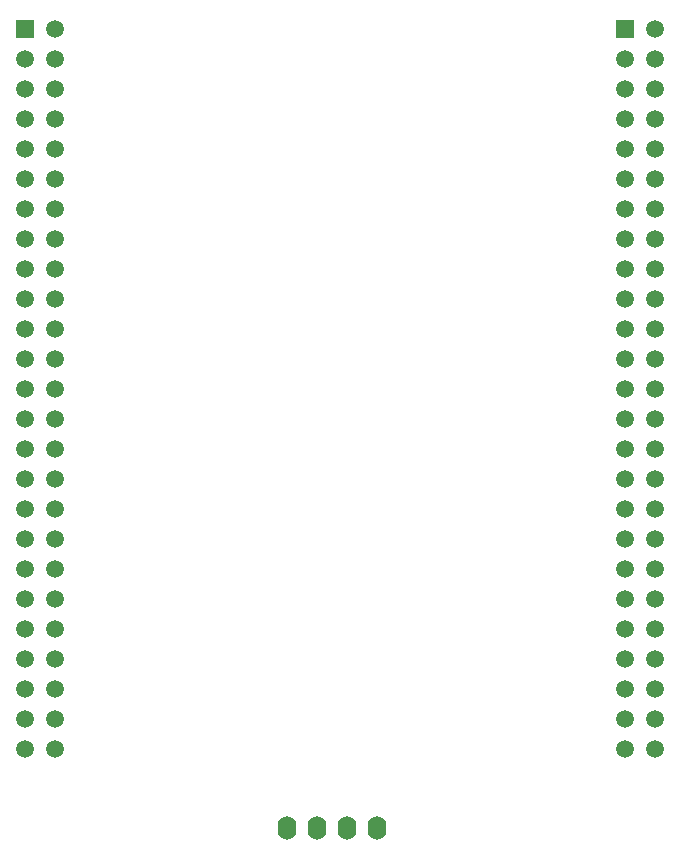
<source format=gbr>
%TF.GenerationSoftware,KiCad,Pcbnew,(7.0.0)*%
%TF.CreationDate,2023-06-01T06:11:32-06:00*%
%TF.ProjectId,Phase_D_STM32_v1,50686173-655f-4445-9f53-544d33325f76,rev?*%
%TF.SameCoordinates,Original*%
%TF.FileFunction,Soldermask,Bot*%
%TF.FilePolarity,Negative*%
%FSLAX46Y46*%
G04 Gerber Fmt 4.6, Leading zero omitted, Abs format (unit mm)*
G04 Created by KiCad (PCBNEW (7.0.0)) date 2023-06-01 06:11:32*
%MOMM*%
%LPD*%
G01*
G04 APERTURE LIST*
%ADD10O,1.600000X2.000000*%
%ADD11R,1.500000X1.500000*%
%ADD12C,1.500000*%
G04 APERTURE END LIST*
D10*
%TO.C,U2*%
X223399999Y-116219999D03*
X225939999Y-116219999D03*
X228479999Y-116219999D03*
X231019999Y-116219999D03*
%TD*%
D11*
%TO.C,U1*%
X201229999Y-48599999D03*
D12*
X203770000Y-48600000D03*
X201230000Y-51140000D03*
X203770000Y-51140000D03*
X201230000Y-53680000D03*
X203770000Y-53680000D03*
X201230000Y-56220000D03*
X203770000Y-56220000D03*
X201230000Y-58760000D03*
X203770000Y-58760000D03*
X201230000Y-61300000D03*
X203770000Y-61300000D03*
X201230000Y-63840000D03*
X203770000Y-63840000D03*
X201230000Y-66380000D03*
X203770000Y-66380000D03*
X201230000Y-68920000D03*
X203770000Y-68920000D03*
X201230000Y-71460000D03*
X203770000Y-71460000D03*
X203770000Y-74000000D03*
X201230000Y-74000000D03*
X203770000Y-76540000D03*
X201230000Y-76540000D03*
X201230000Y-79080000D03*
X203770000Y-79080000D03*
X201230000Y-81620000D03*
X203770000Y-81620000D03*
X201230000Y-84160000D03*
X203770000Y-84160000D03*
X201230000Y-86700000D03*
X203770000Y-86700000D03*
X201230000Y-89240000D03*
X203770000Y-89240000D03*
X201230000Y-91780000D03*
X203770000Y-91780000D03*
X201230000Y-94320000D03*
X203770000Y-94320000D03*
X201230000Y-96860000D03*
X203770000Y-96860000D03*
X201230000Y-99400000D03*
X203770000Y-99400000D03*
X201230000Y-101940000D03*
X203770000Y-101940000D03*
X201230000Y-104480000D03*
X203770000Y-104480000D03*
X201230000Y-107020000D03*
X203770000Y-107020000D03*
X201230000Y-109560000D03*
X203770000Y-109560000D03*
D11*
X252029999Y-48599999D03*
D12*
X254570000Y-48600000D03*
X252030000Y-51140000D03*
X254570000Y-51140000D03*
X252030000Y-53680000D03*
X254570000Y-53680000D03*
X252030000Y-56220000D03*
X254570000Y-56220000D03*
X252030000Y-58760000D03*
X254570000Y-58760000D03*
X252030000Y-61300000D03*
X254570000Y-61300000D03*
X252030000Y-63840000D03*
X254570000Y-63840000D03*
X252030000Y-66380000D03*
X254570000Y-66380000D03*
X252030000Y-68920000D03*
X254570000Y-68920000D03*
X252030000Y-71460000D03*
X254570000Y-71460000D03*
X252030000Y-74000000D03*
X254570000Y-74000000D03*
X252030000Y-76540000D03*
X254570000Y-76540000D03*
X252030000Y-79080000D03*
X254570000Y-79080000D03*
X252030000Y-81620000D03*
X254570000Y-81620000D03*
X252030000Y-84160000D03*
X254570000Y-84160000D03*
X252030000Y-86700000D03*
X254570000Y-86700000D03*
X252030000Y-89240000D03*
X254570000Y-89240000D03*
X252030000Y-91780000D03*
X254570000Y-91780000D03*
X252030000Y-94320000D03*
X254570000Y-94320000D03*
X252030000Y-96860000D03*
X254570000Y-96860000D03*
X252030000Y-99400000D03*
X254570000Y-99400000D03*
X252030000Y-101940000D03*
X254570000Y-101940000D03*
X252030000Y-104480000D03*
X254570000Y-104480000D03*
X252030000Y-107020000D03*
X254570000Y-107020000D03*
X252030000Y-109560000D03*
X254570000Y-109560000D03*
%TD*%
M02*

</source>
